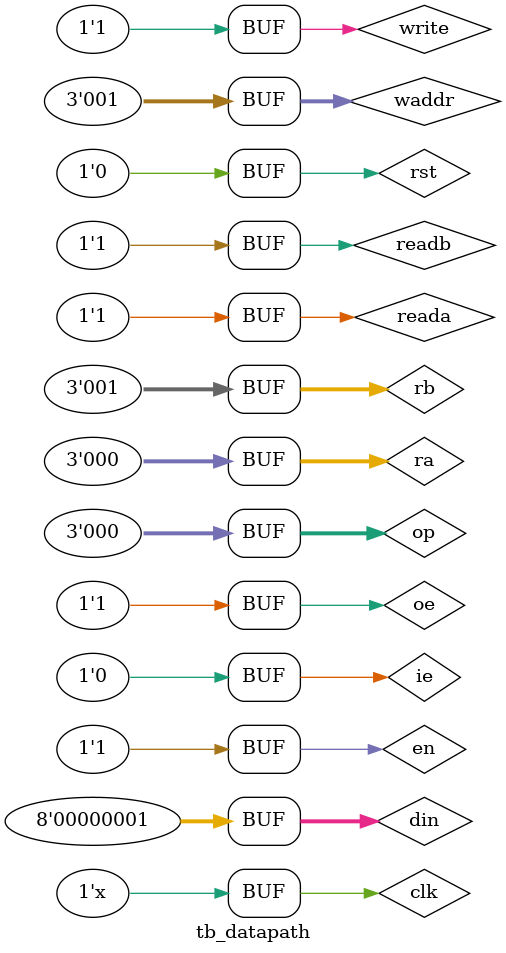
<source format=v>
`timescale 1ns/1ns
module tb_datapath;

parameter M=3;
parameter N=8;
reg [N-1 : 0] din;
reg [M-1 : 0] waddr,ra,rb;
reg [2:0] op;
reg ie,write,reada,readb,rst,clk,en,oe;

wire [N-1 : 0] dout;
wire o_flag,z_flag,n_flag;

initial clk=0;
always #2 clk=~clk;

datapath #(M,N) dut (din,waddr,ra,rb,op,ie,write,reada,readb,rst,clk,en,oe,dout,o_flag,z_flag,n_flag);
initial begin
    rst = 1;
    #10;
    rst = 0;
    ie = 1;
    write = 1;
    din = 8'b0000_0001;
    waddr = 3'b000;
    #10;
    ie = 0;
    reada = 1;
    ra = 3'b000;
    readb = 1;
    rb = 3'b001;
    op = 3'b000;
    en=1;
    oe = 1;
    write = 1;
    waddr = 3'b001;
end
endmodule
</source>
